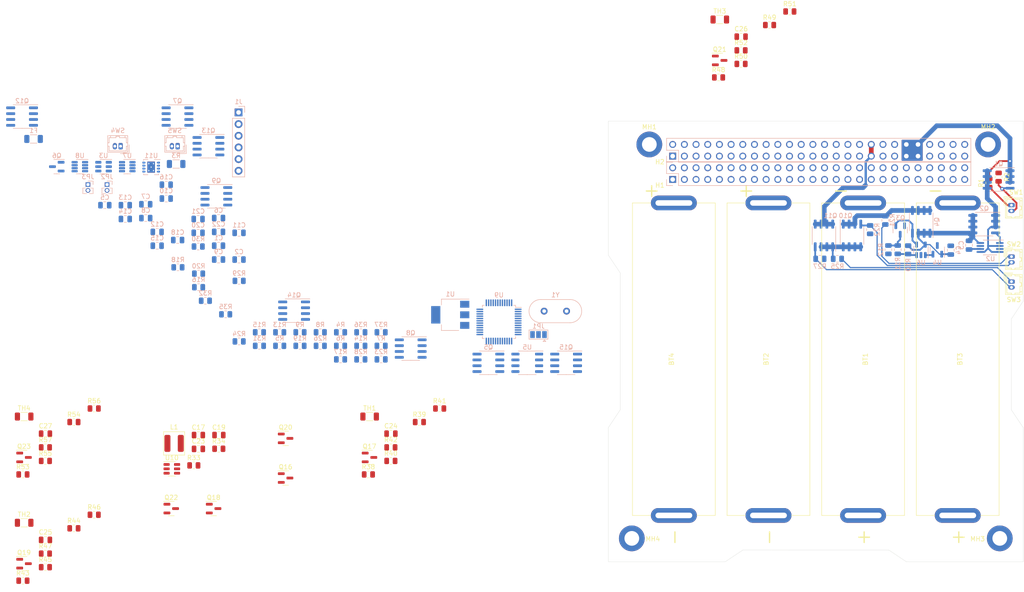
<source format=kicad_pcb>
(kicad_pcb (version 20211014) (generator pcbnew)
  (layers (0 "F.Cu" signal) (1 "In1.Cu" signal) (2 "In2.Cu" signal) (31 "B.Cu" signal) (34 "B.Paste" user) (35 "F.Paste" user) (36 "B.SilkS" user "B.Silkscreen") (37 "F.SilkS" user "F.Silkscreen") (38 "B.Mask" user) (39 "F.Mask" user) (44 "Edge.Cuts" user))
  (net 0 "")
  (net 1 "Net-(C1-Pad1)")
  (net 2 "Net-(C3-Pad1)")
  (net 52 "SW1")
  (net 53 "SW2")
  (net 54 "SW3")
  (net 55 "SW4")
  (net 56 "SW5")
  (net 57 "SW6")
  (net 58 "SW7")
  (net 59 "SW8")
  (net 60 "SW9")
  (net 61 "SW10")
  (net 62 "SW11")
  (net 63 "SW12")
  (net 68 "PCM_IN")
  (net 73 "BCR_OUT")
  (net 80 "Net-(BT1-Pad1)")
  (net 81 "Net-(BT1-Pad2)")
  (net 82 "-BATT")
  (net 83 "GND")
  (net 84 "+3.3VA")
  (net 85 "+3V3")
  (net 86 "Net-(C7-Pad1)")
  (net 87 "Net-(C8-Pad1)")
  (net 88 "/TELEM_VBAT")
  (net 89 "VDD")
  (net 90 "Net-(C6-Pad1)")
  (net 91 "Net-(C12-Pad1)")
  (net 92 "Net-(C12-Pad2)")
  (net 93 "Net-(C15-Pad1)")
  (net 94 "Net-(C20-Pad1)")
  (net 95 "Net-(C19-Pad1)")
  (net 96 "Net-(C21-Pad2)")
  (net 97 "Net-(C20-Pad2)")
  (net 98 "Net-(C15-Pad2)")
  (net 99 "/TBAT1")
  (net 100 "/TBAT2")
  (net 101 "/TBAT3")
  (net 102 "/TBAT4")
  (net 103 "Net-(F1-Pad2)")
  (net 109 "VUSB")
  (net 110 "/SDA")
  (net 111 "/SCL")
  (net 115 "+5V")
  (net 116 "+BATT")
  (net 117 "/SWDIO")
  (net 118 "/SWDCLK")
  (net 119 "/D-")
  (net 120 "/D+")
  (net 121 "Net-(JP1-Pad2)")
  (net 122 "Net-(JP2-Pad2)")
  (net 123 "Net-(JP3-Pad1)")
  (net 124 "Net-(Q1-Pad4)")
  (net 125 "Net-(C18-Pad1)")
  (net 126 "Net-(Q3-Pad1)")
  (net 127 "Net-(Q3-Pad3)")
  (net 128 "Net-(Q10-Pad1)")
  (net 129 "Net-(Q5-Pad4)")
  (net 130 "Net-(Q5-Pad5)")
  (net 131 "Net-(Q6-Pad1)")
  (net 132 "Net-(Q6-Pad3)")
  (net 133 "Net-(Q7-Pad4)")
  (net 134 "Net-(Q7-Pad5)")
  (net 135 "Net-(Q12-Pad5)")
  (net 136 "Net-(Q9-Pad4)")
  (net 137 "Net-(Q10-Pad4)")
  (net 138 "Net-(Q10-Pad5)")
  (net 139 "Net-(Q11-Pad4)")
  (net 140 "Net-(Q16-Pad1)")
  (net 141 "Net-(C19-Pad2)")
  (net 142 "Net-(C22-Pad1)")
  (net 143 "Net-(Q18-Pad2)")
  (net 144 "Net-(Q19-Pad1)")
  (net 145 "Net-(Q22-Pad2)")
  (net 146 "Net-(Q23-Pad1)")
  (net 147 "Net-(R10-Pad2)")
  (net 148 "Net-(Q22-Pad1)")
  (net 149 "Net-(R33-Pad2)")
  (net 150 "+1V0")
  (net 151 "Net-(Q16-Pad2)")
  (net 152 "Net-(R1-Pad2)")
  (net 153 "Net-(R4-Pad1)")
  (net 154 "Net-(R6-Pad2)")
  (net 155 "Net-(R8-Pad2)")
  (net 156 "/BOOT1")
  (net 157 "/HANDSHAKE")
  (net 158 "/BOOT0")
  (net 159 "Net-(R18-Pad2)")
  (net 160 "Net-(R20-Pad2)")
  (net 161 "Net-(R21-Pad2)")
  (net 162 "Net-(R25-Pad2)")
  (net 163 "/RESET")
  (net 164 "Net-(R29-Pad1)")
  (net 165 "Net-(R30-Pad2)")
  (net 166 "/H1CTRL")
  (net 167 "/H2CTRL")
  (net 168 "/H3CTRL")
  (net 169 "/H4CTRL")
  (net 172 "/TELEM_IBAT")
  (net 193 "Net-(Q17-Pad1)")
  (net 194 "Net-(Q18-Pad1)")
  (net 195 "Net-(Q20-Pad1)")
  (net 196 "Net-(Q20-Pad2)")
  (net 197 "Net-(Q21-Pad1)")
  (net 198 "Net-(U4-Pad2)")
  (net 199 "Net-(Q2-Pad4)")
  (footprint "MountingHole:MountingHole_3.2mm_M3_DIN965_Pad_TopBottom" (layer "F.Cu") (at 110.49 55.88)
    (fp_text reference "MH1")
    (fp_text value "M3")
  )
  (footprint "MountingHole:MountingHole_3.2mm_M3_DIN965_Pad_TopBottom" (layer "F.Cu") (at 184.15 55.88)
    (fp_text reference "MH2")
    (fp_text value "M3")
  )
  (footprint "MountingHole:MountingHole_3.2mm_M3_DIN965_Pad_TopBottom" (layer "F.Cu") (at 186.69 141.61)
    (fp_text reference "MH3")
    (fp_text value "M3")
  )
  (footprint "MountingHole:MountingHole_3.2mm_M3_DIN965_Pad_TopBottom" (layer "F.Cu") (at 106.68 141.61)
    (fp_text reference "MH4")
    (fp_text value "M3")
  )
  (footprint "Package_TO_SOT_SMD:SOT-23" (layer "F.Cu") (at 125.781 37.595)
    (fp_text reference "Q21")
    (fp_text value "DMG6968U-7")
  )
  (footprint "Resistor_SMD:R_1206_3216Metric" (layer "F.Cu") (at 125.811 28.695)
    (fp_text reference "TH3")
    (fp_text value "100K NTC")
  )
  (footprint "Package_TO_SOT_SMD:SOT-23" (layer "F.Cu") (at 49.641 123.995)
    (fp_text reference "Q17")
    (fp_text value "DMG6968U-7")
  )
  (footprint "Capacitor_SMD:C_0805_2012Metric" (layer "F.Cu") (at -20.809 118.825)
    (fp_text reference "C27")
    (fp_text value "0.1uF")
  )
  (footprint "Resistor_SMD:R_0805_2012Metric" (layer "F.Cu") (at -20.829 147.875)
    (fp_text reference "R45")
    (fp_text value "10K")
  )
  (footprint "footprints:18650-weld" (layer "F.Cu") (at 177.546 102.616 90)
    (fp_text reference "BT3")
    (fp_text value "18500")
  )
  (footprint "Resistor_SMD:R_0805_2012Metric" (layer "F.Cu") (at -10.219 136.465)
    (fp_text reference "R46")
    (fp_text value "10K")
  )
  (footprint "Resistor_SMD:R_0805_2012Metric" (layer "F.Cu") (at 125.541 41.295)
    (fp_text reference "R48")
    (fp_text value "100R")
  )
  (footprint "Resistor_SMD:R_1206_3216Metric" (layer "F.Cu") (at -25.449 138.215)
    (fp_text reference "TH2")
    (fp_text value "100K NTC")
  )
  (footprint "Resistor_SMD:R_0805_2012Metric" (layer "F.Cu") (at 186.436 62.992 90)
    (fp_text reference "R2")
    (fp_text value "100K")
  )
  (footprint "footprints:18650-weld" (layer "F.Cu") (at 156.972 102.616 90)
    (fp_text reference "BT1")
    (fp_text value "18500")
  )
  (footprint "Connector_Hirose:Hirose_DF13-02P-1.25DSA_1x02_P1.25mm_Vertical" (layer "F.Cu") (at 189.238 85.735 -90)
    (fp_text reference "SW3")
    (fp_text value "INHIBIT")
  )
  (footprint "Resistor_SMD:R_0805_2012Metric" (layer "F.Cu") (at -25.719 127.695)
    (fp_text reference "R53")
    (fp_text value "100R")
  )
  (footprint "Capacitor_SMD:C_0805_2012Metric" (layer "F.Cu") (at 12.446 122.136)
    (fp_text reference "C23")
    (fp_text value "10uF")
  )
  (footprint "Package_TO_SOT_SMD:SOT-23" (layer "F.Cu") (at 15.746 135.126)
    (fp_text reference "Q18")
    (fp_text value "DMG6968U-7")
  )
  (footprint "Capacitor_SMD:C_0805_2012Metric" (layer "F.Cu") (at -20.809 141.945)
    (fp_text reference "C25")
    (fp_text value "0.1uF")
  )
  (footprint "Resistor_SMD:R_0805_2012Metric" (layer "F.Cu") (at 130.431 35.405)
    (fp_text reference "R52")
    (fp_text value "270K")
  )
  (footprint "Resistor_SMD:R_0805_2012Metric" (layer "F.Cu") (at -25.719 150.815)
    (fp_text reference "R43")
    (fp_text value "100R")
  )
  (footprint "Package_TO_SOT_SMD:SOT-23" (layer "F.Cu") (at -25.479 123.995)
    (fp_text reference "Q23")
    (fp_text value "DMG6968U-7")
  )
  (footprint "Resistor_SMD:R_0805_2012Metric" (layer "F.Cu") (at 130.431 38.355)
    (fp_text reference "R50")
    (fp_text value "10K")
  )
  (footprint "Capacitor_SMD:C_0805_2012Metric" (layer "F.Cu") (at 12.446 119.126)
    (fp_text reference "C17")
    (fp_text value "10uF")
  )
  (footprint "Capacitor_SMD:C_0805_2012Metric" (layer "F.Cu") (at 130.451 32.425)
    (fp_text reference "C26")
    (fp_text value "0.1uF")
  )
  (footprint "Resistor_SMD:R_0805_2012Metric" (layer "F.Cu") (at 64.901 113.345)
    (fp_text reference "R41")
    (fp_text value "10K")
  )
  (footprint "Package_TO_SOT_SMD:SOT-23" (layer "F.Cu") (at 31.396 128.476)
    (fp_text reference "Q16")
    (fp_text value "DMG6968U-7")
  )
  (footprint "Package_TO_SOT_SMD:SOT-23" (layer "F.Cu") (at 6.536 135.126)
    (fp_text reference "Q22")
    (fp_text value "DMG6968U-7")
  )
  (footprint "footprints:18650-weld" (layer "F.Cu") (at 136.398 102.616 -90)
    (fp_text reference "BT2")
    (fp_text value "18500")
  )
  (footprint "Resistor_SMD:R_0805_2012Metric" (layer "F.Cu") (at -20.829 144.925)
    (fp_text reference "R47")
    (fp_text value "270K")
  )
  (footprint "Resistor_SMD:R_0805_2012Metric" (layer "F.Cu") (at 11.446 125.726)
    (fp_text reference "R33")
    (fp_text value "2.5K")
  )
  (footprint "Package_TO_SOT_SMD:TSOT-23-6" (layer "F.Cu") (at 6.666 126.476)
    (fp_text reference "U10")
    (fp_text value "AP62301W")
  )
  (footprint "Resistor_SMD:R_0805_2012Metric" (layer "F.Cu") (at 16.876 122.106)
    (fp_text reference "R34")
    (fp_text value "10K")
  )
  (footprint "Resistor_SMD:R_0805_2012Metric" (layer "F.Cu") (at 184.404 64.262 -90)
    (fp_text reference "R1")
    (fp_text value "100R")
  )
  (footprint "Resistor_SMD:R_1206_3216Metric" (layer "F.Cu") (at -25.449 115.095)
    (fp_text reference "TH4")
    (fp_text value "100K NTC")
  )
  (footprint "Resistor_SMD:R_0805_2012Metric" (layer "F.Cu") (at -14.629 116.295)
    (fp_text reference "R54")
    (fp_text value "100R")
  )
  (footprint "Resistor_SMD:R_1206_3216Metric" (layer "F.Cu") (at 49.671 115.095)
    (fp_text reference "TH1")
    (fp_text value "100K NTC")
  )
  (footprint "Resistor_SMD:R_0805_2012Metric" (layer "F.Cu") (at -10.219 113.345)
    (fp_text reference "R56")
    (fp_text value "10K")
  )
  (footprint "Package_TO_SOT_SMD:SOT-23" (layer "F.Cu") (at -25.479 147.115)
    (fp_text reference "Q19")
    (fp_text value "DMG6968U-7")
  )
  (footprint "Resistor_SMD:R_0805_2012Metric" (layer "F.Cu") (at 60.491 116.295)
    (fp_text reference "R39")
    (fp_text value "100R")
  )
  (footprint "footprints:18650-weld" (layer "F.Cu") (at 115.824 102.616 -90)
    (fp_text reference "BT4")
    (fp_text value "18500")
  )
  (footprint "Resistor_SMD:R_0805_2012Metric" (layer "F.Cu") (at -14.629 139.415)
    (fp_text reference "R44")
    (fp_text value "100R")
  )
  (footprint "Capacitor_SMD:C_0805_2012Metric" (layer "F.Cu") (at 54.311 118.825)
    (fp_text reference "C24")
    (fp_text value "0.1uF")
  )
  (footprint "Connector_Hirose:Hirose_DF13-02P-1.25DSA_1x02_P1.25mm_Vertical" (layer "F.Cu") (at 189.238 80.284 -90)
    (fp_text reference "SW2")
    (fp_text value "INHIBIT")
  )
  (footprint "Resistor_SMD:R_0805_2012Metric" (layer "F.Cu") (at 141.041 26.945)
    (fp_text reference "R51")
    (fp_text value "10K")
  )
  (footprint "Resistor_SMD:R_0805_2012Metric" (layer "F.Cu") (at 136.631 29.895)
    (fp_text reference "R49")
    (fp_text value "100R")
  )
  (footprint "Resistor_SMD:R_0805_2012Metric" (layer "F.Cu") (at 54.291 121.805)
    (fp_text reference "R42")
    (fp_text value "270K")
  )
  (footprint "footprints:1616 Inductor (4012 Metric)" (layer "F.Cu") (at 7.156 120.94)
    (fp_text reference "L1")
    (fp_text value "10uH")
  )
  (footprint "Capacitor_SMD:C_0805_2012Metric" (layer "F.Cu") (at 16.896 119.126)
    (fp_text reference "C19")
    (fp_text value "0.1uF")
  )
  (footprint "Resistor_SMD:R_0805_2012Metric" (layer "F.Cu") (at -20.829 121.805)
    (fp_text reference "R57")
    (fp_text value "270K")
  )
  (footprint "Package_TO_SOT_SMD:SOT-23" (layer "F.Cu") (at 31.396 119.846)
    (fp_text reference "Q20")
    (fp_text value "DMG6968U-7")
  )
  (footprint "Resistor_SMD:R_0805_2012Metric" (layer "F.Cu") (at 49.401 127.695)
    (fp_text reference "R38")
    (fp_text value "100R")
  )
  (footprint "Connector_Hirose:Hirose_DF13-02P-1.25DSA_1x02_P1.25mm_Vertical" (layer "F.Cu") (at 189.23 69.088 -90)
    (fp_text reference "SW1")
    (fp_text value "INHIBIT")
  )
  (footprint "Resistor_SMD:R_0805_2012Metric" (layer "F.Cu") (at -20.829 124.755)
    (fp_text reference "R55")
    (fp_text value "10K")
  )
  (footprint "Resistor_SMD:R_0805_2012Metric" (layer "F.Cu") (at 54.291 124.755)
    (fp_text reference "R40")
    (fp_text value "10K")
  )
  (footprint "footprints:PinSocket_2x26_P2.54mm_Vertical" (layer "B.Cu") (at 115.57 63.5 -90)
    (fp_text reference "H1")
    (fp_text value "Stack Header")
  )
  (footprint "footprints:PinSocket_2x26_P2.54mm_Vertical" (layer "B.Cu") (at 115.57 58.42 -90)
    (fp_text reference "H2")
    (fp_text value "Stack Header")
  )
  (footprint "Capacitor_SMD:C_0805_2012Metric" (layer "B.Cu") (at 16.827666 77.915 180)
    (fp_text reference "C1")
    (fp_text value "10uF")
  )
  (footprint "Resistor_SMD:R_0805_2012Metric" (layer "B.Cu") (at 166.75925 78.8185 -90)
    (fp_text reference "R10")
    (fp_text value "40K")
  )
  (footprint "Resistor_SMD:R_0805_2012Metric" (layer "B.Cu") (at 43.347666 96.755 180)
    (fp_text reference "R4")
    (fp_text value "100K")
  )
  (footprint "Resistor_SMD:R_0805_2012Metric" (layer "B.Cu") (at 164.50375 78.787 90)
    (fp_text reference "R11")
    (fp_text value "30K")
  )
  (footprint "Resistor_SMD:R_0805_2012Metric" (layer "B.Cu") (at 158.496 74.422 -90)
    (fp_text reference "R22")
    (fp_text value "100K")
  )
  (footprint "Resistor_SMD:R_0805_2012Metric" (layer "B.Cu") (at 52.167666 102.655 180)
    (fp_text reference "R23")
    (fp_text value "22K")
  )
  (footprint "Resistor_SMD:R_1206_3216Metric" (layer "B.Cu") (at 7.597666 60.135 180)
    (fp_text reference "R3")
    (fp_text value "4m")
  )
  (footprint "Resistor_SMD:R_0805_2012Metric" (layer "B.Cu") (at 7.987666 82.615 180)
    (fp_text reference "R18")
    (fp_text value "790K")
  )
  (footprint "Package_SO:SOIC-8_3.9x4.9mm_P1.27mm" (layer "B.Cu") (at 16.347666 67.165 180)
    (fp_text reference "Q9")
    (fp_text value "Si4186DY")
  )
  (footprint "Resistor_SMD:R_0805_2012Metric" (layer "B.Cu") (at 47.757666 102.655 180)
    (fp_text reference "R28")
    (fp_text value "100K")
  )
  (footprint "Package_TO_SOT_SMD:SOT-223-3_TabPin2" (layer "B.Cu") (at 67.197666 92.955 180)
    (fp_text reference "U1")
    (fp_text value "LM1117-3.3")
  )
  (footprint "Resistor_SMD:R_0805_2012Metric" (layer "B.Cu") (at 47.757666 96.755 180)
    (fp_text reference "R36")
    (fp_text value "260R")
  )
  (footprint "Package_SO:SOIC-8_3.9x4.9mm_P1.27mm" (layer "B.Cu") (at 14.627666 56.265 180)
    (fp_text reference "Q13")
    (fp_text value "Si4186DY")
  )
  (footprint "Package_SO:SOIC-8_3.9x4.9mm_P1.27mm" (layer "B.Cu") (at 186.436 63.5 180)
    (fp_text reference "Q1")
    (fp_text value "IRF7458")
  )
  (footprint "Resistor_SMD:R_0805_2012Metric" (layer "B.Cu") (at 34.527666 99.705 180)
    (fp_text reference "R19")
    (fp_text value "50K")
  )
  (footprint "Package_TO_SOT_SMD:SOT-23-6" (layer "B.Cu") (at -8.182334 60.715 180)
    (fp_text reference "U3")
    (fp_text value "INA181A2")
  )
  (footprint "Package_TO_SOT_SMD:SOT-23" (layer "B.Cu") (at 165.03475 74.5005 -90)
    (fp_text reference "Q3")
    (fp_text value "2N7002")
  )
  (footprint "Capacitor_SMD:C_0805_2012Metric" (layer "B.Cu") (at -3.452334 69.095 180)
    (fp_text reference "C13")
    (fp_text value "0.1uF")
  )
  (footprint "Capacitor_SMD:C_0805_2012Metric" (layer "B.Cu") (at 176.03025 78.8835 90)
    (fp_text reference "C4")
    (fp_text value "0.1uF")
  )
  (footprint "Capacitor_SMD:C_0805_2012Metric" (layer "B.Cu") (at 16.827666 74.905 180)
    (fp_text reference "C22")
    (fp_text value "0.1uF")
  )
  (footprint "Capacitor_SMD:C_0805_2012Metric" (layer "B.Cu") (at 12.377666 75.115 180)
    (fp_text reference "C20")
    (fp_text value "0.1uF")
  )
  (footprint "Capacitor_SMD:C_0805_2012Metric" (layer "B.Cu") (at 21.277666 80.935 180)
    (fp_text reference "C2")
    (fp_text value "0.1uF")
  )
  (footprint "Connector_Hirose:Hirose_DF13-02P-1.25DSA_1x02_P1.25mm_Vertical" (layer "B.Cu") (at -4.472334 56.265 180)
    (fp_text reference "SW4")
    (fp_text value "INHIBIT")
  )
  (footprint "Resistor_SMD:R_0805_2012Metric" (layer "B.Cu") (at 12.477666 83.995 180)
    (fp_text reference "R20")
    (fp_text value "100K")
  )
  (footprint "Resistor_SMD:R_0805_2012Metric" (layer "B.Cu") (at 18.367666 92.845 180)
    (fp_text reference "R35")
    (fp_text value "160R")
  )
  (footprint "Package_SO:SOIC-8_3.9x4.9mm_P1.27mm" (layer "B.Cu") (at 183.3075 73.223 180)
    (fp_text reference "Q2")
    (fp_text value "Si4186DY")
  )
  (footprint "Resistor_SMD:R_0805_2012Metric" (layer "B.Cu") (at 38.937666 99.705 180)
    (fp_text reference "R26")
    (fp_text value "10K")
  )
  (footprint "Resistor_SMD:R_0805_2012Metric" (layer "B.Cu") (at 25.707666 99.705 180)
    (fp_text reference "R31")
    (fp_text value "100K")
  )
  (footprint "Resistor_SMD:R_0805_2012Metric" (layer "B.Cu") (at 43.347666 99.705 180)
    (fp_text reference "R6")
    (fp_text value "45K")
  )
  (footprint "Capacitor_SMD:C_0805_2012Metric" (layer "B.Cu") (at 12.377666 72.105 180)
    (fp_text reference "C21")
    (fp_text value "0.1uF")
  )
  (footprint "Package_TO_SOT_SMD:SOT-23" (layer "B.Cu") (at -18.352334 60.715 180)
    (fp_text reference "Q6")
    (fp_text value "2N7002")
  )
  (footprint "Package_TO_SOT_SMD:TSOT-23-8" (layer "B.Cu") (at -13.332334 60.715 180)
    (fp_text reference "U8")
    (fp_text value "LTC4365TS8-1")
  )
  (footprint "Package_SON:Texas_S-PVSON-N8_ThermalVias" (layer "B.Cu") (at 2.167666 60.815 180)
    (fp_text reference "U11")
    (fp_text value "BQ29209")
  )
  (footprint "Capacitor_SMD:C_0805_2012Metric" (layer "B.Cu") (at 180.0055 77.795 -90)
    (fp_text reference "C3")
    (fp_text value "10uF")
  )
  (footprint "Resistor_SMD:R_0805_2012Metric" (layer "B.Cu") (at 151.384 80.772)
    (fp_text reference "R25")
    (fp_text value "100R")
  )
  (footprint "Resistor_SMD:R_0805_2012Metric" (layer "B.Cu") (at 21.297666 85.565 180)
    (fp_text reference "R29")
    (fp_text value "100R")
  )
  (footprint "Package_SO:SOIC-8_3.9x4.9mm_P1.27mm" (layer "B.Cu") (at 33.247666 92.055 180)
    (fp_text reference "Q14")
    (fp_text value "IRF7458")
  )
  (footprint "Resistor_SMD:R_1206_3216Metric" (layer "B.Cu") (at -23.402334 54.685 180)
    (fp_text reference "F1")
    (fp_text value "6A")
  )
  (footprint "Capacitor_SMD:C_0805_2012Metric" (layer "B.Cu") (at 0.997666 68.895 180)
    (fp_text reference "C7")
    (fp_text value "20pF")
  )
  (footprint "Package_TO_SOT_SMD:SOT-23-5" (layer "B.Cu") (at 169.55325 78.8185 90)
    (fp_text reference "U6")
    (fp_text value "LM321")
  )
  (footprint "Capacitor_SMD:C_0805_2012Metric" (layer "B.Cu") (at 16.827666 80.925 180)
    (fp_text reference "C9")
    (fp_text value "0.1uF")
  )
  (footprint "Package_SO:SOIC-8_3.9x4.9mm_P1.27mm" (layer "B.Cu") (at 58.597666 100.305 180)
    (fp_text reference "Q8")
    (fp_text value "IRF7425")
  )
  (footprint "Jumper:SolderJumper-3_P1.3mm_Open_Pad1.0x1.5mm" (layer "B.Cu") (at 86.387666 97.255 180)
    (fp_text reference "JP1")
    (fp_text value "BOOT")
  )
  (footprint "Resistor_SMD:R_0805_2012Metric" (layer "B.Cu") (at 30.117666 99.705 180)
    (fp_text reference "R5")
    (fp_text value "100K")
  )
  (footprint "Package_SO:SOIC-8_3.9x4.9mm_P1.27mm" (layer "B.Cu") (at -25.902334 49.815 180)
    (fp_text reference "Q12")
    (fp_text value "IRF7458")
  )
  (footprint "Capacitor_SMD:C_0805_2012Metric" (layer "B.Cu") (at 5.447666 64.645 180)
    (fp_text reference "C16")
    (fp_text value "10uF")
  )
  (footprint "Resistor_SMD:R_0805_2012Metric" (layer "B.Cu") (at 13.957666 89.895 180)
    (fp_text reference "R32")
    (fp_text value "100R")
  )
  (footprint "Resistor_SMD:R_0805_2012Metric" (layer "B.Cu") (at 21.297666 98.745 180)
    (fp_text reference "R24")
    (fp_text value "10K")
  )
  (footprint "Package_SO:SOIC-8_3.9x4.9mm_P1.27mm" (layer "B.Cu") (at 92.397666 103.405 180)
    (fp_text reference "Q15")
    (fp_text value "Si4186DY")
  )
  (footprint "Resistor_SMD:R_0805_2012Metric" (layer "B.Cu") (at 43.347666 102.655 180)
    (fp_text reference "R17")
    (fp_text value "10K")
  )
  (footprint "Connector_Hirose:Hirose_DF13-02P-1.25DSA_1x02_P1.25mm_Vertical" (layer "B.Cu") (at 7.927666 56.265 180)
    (fp_text reference "SW5")
    (fp_text value "INHIBIT")
  )
  (footprint "Capacitor_SMD:C_0805_2012Metric" (layer "B.Cu") (at -7.902334 69.095 180)
    (fp_text reference "C5")
    (fp_text value "0.1uF")
  )
  (footprint "Resistor_SMD:R_0805_2012Metric" (layer "B.Cu") (at 25.707666 96.755 180)
    (fp_text reference "R15")
    (fp_text value "100K")
  )
  (footprint "Resistor_SMD:R_0805_2012Metric" (layer "B.Cu") (at 161.798 72.39 -90)
    (fp_text reference "R21")
    (fp_text value "100R")
  )
  (footprint "Package_SO:SOIC-8_3.9x4.9mm_P1.27mm" (layer "B.Cu") (at 75.497666 103.405 180)
    (fp_text reference "Q5")
    (fp_text value "IRF7458")
  )
  (footprint "Resistor_SMD:R_0805_2012Metric" (layer "B.Cu") (at 52.167666 99.705 180)
    (fp_text reference "R7")
    (fp_text value "285K")
  )
  (footprint "Resistor_SMD:R_0805_2012Metric" (layer "B.Cu") (at 38.937666 96.755 180)
    (fp_text reference "R8")
    (fp_text value "285K")
  )
  (footprint "Package_SO:MSOP-8_3x3mm_P0.65mm" (layer "B.Cu") (at 184.5775 78.303 180)
    (fp_text reference "U2")
    (fp_text value "LTC4359-MS8")
  )
  (footprint "Resistor_SMD:R_0805_2012Metric" (layer "B.Cu") (at 162.47175 78.787 -90)
    (fp_text reference "R12")
    (fp_text value "7.5K")
  )
  (footprint "Package_SO:SOIC-8_3.9x4.9mm_P1.27mm" (layer "B.Cu") (at 7.897666 49.815 180)
    (fp_text reference "Q7")
    (fp_text value "IRF7458")
  )
  (footprint "Crystal:Crystal_HC49-4H_Vertical" (layer "B.Cu") (at 92.497666 92.155 180)
    (fp_text reference "Y1")
    (fp_text value "8MHz")
  )
  (footprint "Connector_PinHeader_1.27mm:PinHeader_1x02_P1.27mm_Vertical" (layer "B.Cu") (at -11.572334 64.615 180)
    (fp_text reference "JP3")
    (fp_text value "LTDIS")
  )
  (footprint "Capacitor_SMD:C_0805_2012Metric" (layer "B.Cu") (at 16.827666 71.895 180)
    (fp_text reference "C6")
    (fp_text value "0.1uF")
  )
  (footprint "Connector_PinHeader_1.27mm:PinHeader_1x02_P1.27mm_Vertical" (layer "B.Cu") (at -7.422334 64.615 180)
    (fp_text reference "JP2")
    (fp_text value "LTDIS")
  )
  (footprint "Resistor_SMD:R_0805_2012Metric" (layer "B.Cu") (at 12.397666 78.095 180)
    (fp_text reference "R30")
    (fp_text value "100R")
  )
  (footprint "Resistor_SMD:R_0805_2012Metric" (layer "B.Cu") (at 34.527666 96.755 180)
    (fp_text reference "R9")
    (fp_text value "45K")
  )
  (footprint "Resistor_SMD:R_0805_2012Metric" (layer "B.Cu") (at 12.477666 86.945 180)
    (fp_text reference "R16")
    (fp_text value "10K")
  )
  (footprint "Resistor_SMD:R_0805_2012Metric" (layer "B.Cu") (at 30.117666 96.755 180)
    (fp_text reference "R13")
    (fp_text value "100K")
  )
  (footprint "Capacitor_SMD:C_0805_2012Metric" (layer "B.Cu") (at 3.477666 74.915 180)
    (fp_text reference "C12")
    (fp_text value "0.1uF")
  )
  (footprint "Capacitor_SMD:C_0805_2012Metric" (layer "B.Cu") (at 5.447666 67.655 180)
    (fp_text reference "C10")
    (fp_text value "0.1uF")
  )
  (footprint "Resistor_SMD:R_0805_2012Metric" (layer "B.Cu") (at 147.574 80.772)
    (fp_text reference "R27")
    (fp_text value "100K")
  )
  (footprint "Package_TO_SOT_SMD:SOT-23-8" (layer "B.Cu") (at -3.032334 60.715 180)
    (fp_text reference "U7")
    (fp_text value "MAX6369")
  )
  (footprint "Package_SO:SOIC-8_3.9x4.9mm_P1.27mm" (layer "B.Cu") (at 169.60675 72.7225 90)
    (fp_text reference "Q4")
    (fp_text value "IRF7458")
  )
  (footprint "Connector_PinHeader_2.54mm:PinHeader_1x06_P2.54mm_Vertical" (layer "B.Cu") (at 21.177666 48.915 180)
    (fp_text reference "J1")
    (fp_text value "SWD/DEBUG")
  )
  (footprint "Resistor_SMD:R_0805_2012Metric" (layer "B.Cu") (at 47.757666 99.705 180)
    (fp_text reference "R14")
    (fp_text value "50K")
  )
  (footprint "Capacitor_SMD:C_0805_2012Metric" (layer "B.Cu") (at 0.997666 71.905 180)
    (fp_text reference "C8")
    (fp_text value "20pF")
  )
  (footprint "Package_SO:SOIC-8_3.9x4.9mm_P1.27mm" (layer "B.Cu") (at 154.559 75.692 -90)
    (fp_text reference "Q10")
    (fp_text value "IRF7458")
  )
  (footprint "Capacitor_SMD:C_0805_2012Metric" (layer "B.Cu") (at 21.277666 75.115 180)
    (fp_text reference "C11")
    (fp_text value "0.1uF")
  )
  (footprint "Capacitor_SMD:C_0805_2012Metric" (layer "B.Cu") (at 3.477666 77.925 180)
    (fp_text reference "C15")
    (fp_text value "0.1uF")
  )
  (footprint "Capacitor_SMD:C_0805_2012Metric" (layer "B.Cu") (at 7.927666 76.685 180)
    (fp_text reference "C18")
    (fp_text value "0.1uF")
  )
  (footprint "Package_QFP:LQFP-48_7x7mm_P0.5mm" (layer "B.Cu") (at 77.797666 94.505 180)
    (fp_text reference "U9")
    (fp_text value "STM32F103C8Tx")
  )
  (footprint "Capacitor_SMD:C_0805_2012Metric" (layer "B.Cu") (at -3.452334 72.105 180)
    (fp_text reference "C14")
    (fp_text value "0.1uF")
  )
  (footprint "Package_SO:SO-8_3.9x4.9mm_P1.27mm" (layer "B.Cu") (at 83.947666 103.405 180)
    (fp_text reference "U5")
    (fp_text value "LM358")
  )
  (footprint "Package_TO_SOT_SMD:SOT-23" (layer "B.Cu") (at 173.10925 78.8185 90)
    (fp_text reference "U4")
    (fp_text value "MAX6035xxUR30")
  )
  (footprint "Package_SO:SOIC-8_3.9x4.9mm_P1.27mm" (layer "B.Cu") (at 148.463 75.692 90)
    (fp_text reference "Q11")
    (fp_text value "IRF7458")
  )
  (footprint "Resistor_SMD:R_0805_2012Metric" (layer "B.Cu") (at 52.167666 96.755 180)
    (fp_text reference "R37")
    (fp_text value "100R")
  )
  (gr_line (start 191.77 146.69) (end 166.37 146.69) (layer "Edge.Cuts") (width 0.05))
  (gr_line (start 127 146.69) (end 130.81 144.15) (layer "Edge.Cuts") (width 0.05))
  (gr_line (start 104.14 83.82) (end 104.14 113.67) (layer "Edge.Cuts") (width 0.05))
  (gr_line (start 191.77 117.48) (end 191.77 146.69) (layer "Edge.Cuts") (width 0.05))
  (gr_line (start 101.6 80.01) (end 101.6 50.8) (layer "Edge.Cuts") (width 0.05))
  (gr_line (start 191.77 90.01) (end 191.77 50.8) (layer "Edge.Cuts") (width 0.05))
  (gr_line (start 101.6 80.01) (end 104.14 83.82) (layer "Edge.Cuts") (width 0.05))
  (gr_line (start 191.77 117.48) (end 189.23 113.67) (layer "Edge.Cuts") (width 0.05))
  (gr_line (start 189.23 113.67) (end 189.23 93.82) (layer "Edge.Cuts") (width 0.05))
  (gr_line (start 130.81 144.145) (end 162.56 144.15) (layer "Edge.Cuts") (width 0.05))
  (gr_line (start 104.14 113.67) (end 101.6 117.48) (layer "Edge.Cuts") (width 0.05))
  (gr_line (start 189.23 93.82) (end 191.77 90.01) (layer "Edge.Cuts") (width 0.05))
  (gr_line (start 162.56 144.15) (end 166.37 146.69) (layer "Edge.Cuts") (width 0.05))
  (gr_line (start 101.6 50.8) (end 191.77 50.8) (layer "Edge.Cuts") (width 0.05))
  (gr_line (start 101.6 146.69) (end 127 146.69) (layer "Edge.Cuts") (width 0.05))
  (gr_line (start 101.6 117.48) (end 101.6 146.69) (layer "Edge.Cuts") (width 0.05))
  (segment (start 186.69 77.978) (end 184.15 77.978) (width 0.381) (layer "B.Cu") (net 1))
  (segment (start 185.7825 71.318) (end 185.7825 73.858) (width 1.016) (layer "B.Cu") (net 1))
  (segment (start 184.714 73.858) (end 185.7825 73.858) (width 0.381) (layer "B.Cu") (net 1))
  (segment (start 184.15 77.978) (end 184.15 75.946) (width 0.381) (layer "B.Cu") (net 1))
  (segment (start 185.7825 69.4505) (end 183.961 67.629) (width 1.016) (layer "B.Cu") (net 1))
  (segment (start 184.15 74.422) (end 184.714 73.858) (width 0.381) (layer "B.Cu") (net 1))
  (segment (start 182.465 79.278) (end 183.358 79.278) (width 0.381) (layer "B.Cu") (net 1))
  (segment (start 184.15 78.486) (end 184.15 77.978) (width 0.381) (layer "B.Cu") (net 1))
  (segment (start 184.15 76.293492) (end 184.15 74.422) (width 0.381) (layer "B.Cu") (net 1))
  (segment (start 183.358 79.278) (end 184.15 78.486) (width 0.381) (layer "B.Cu") (net 1))
  (segment (start 185.7825 71.318) (end 185.7825 69.4505) (width 1.016) (layer "B.Cu") (net 1))
  (segment (start 183.961 67.629) (end 183.961 61.595) (width 1.016) (layer "B.Cu") (net 1))
  (segment (start 184.942 79.278) (end 186.69 79.278) (width 0.381) (layer "B.Cu") (net 1))
  (segment (start 184.15 78.486) (end 184.942 79.278) (width 0.381) (layer "B.Cu") (net 1))
  (segment (start 168.97175 75.1975) (end 168.98525 75.184) (width 0.381) (layer "B.Cu") (net 2))
  (segment (start 174.05925 79.756) (end 175.95275 79.756) (width 0.381) (layer "B.Cu") (net 2))
  (segment (start 168.97175 76.26175) (end 168.97175 75.1975) (width 0.381) (layer "B.Cu") (net 2))
  (segment (start 182.465 77.328) (end 182.1425 77.328) (width 0.381) (layer "B.Cu") (net 2))
  (segment (start 171.51175 75.1975) (end 171.52525 75.184) (width 1.016) (layer "B.Cu") (net 2))
  (segment (start 171.69975 75.3855) (end 171.51175 75.1975) (width 0.381) (layer "B.Cu") (net 2))
  (segment (start 179.9985 75.184) (end 180.8325 76.018) (width 1.016) (layer "B.Cu") (net 2))
  (segment (start 175.95275 79.756) (end 176.03025 79.8335) (width 0.381) (layer "B.Cu") (net 2))
  (segment (start 169.36575 78.8185) (end 170.50325 77.681) (width 0.381) (layer "B.Cu") (net 2))
  (segment (start 182.1425 77.328) (end 180.8325 76.018) (width 0.381) (layer "B.Cu") (net 2))
  (segment (start 166.75925 77.906) (end 167.67175 78.8185) (width 0.381) (layer "B.Cu") (net 2))
  (segment (start 180.8325 75.128) (end 180.8325 76.018) (width 1.016) (layer "B.Cu") (net 2))
  (segment (start 170.391 77.681) (end 168.97175 76.26175) (width 0.381) (layer "B.Cu") (net 2))
  (segment (start 170.50325 77.681) (end 170.391 77.681) (width 0.381) (layer "B.Cu") (net 2))
  (segment (start 170.32875 75.184) (end 179.9985 75.184) (width 1.016) (layer "B.Cu") (net 2))
  (segment (start 171.495651 77.681) (end 170.50325 77.681) (width 0.254) (layer "B.Cu") (net 2))
  (segment (start 174.05925 79.756) (end 173.570651 79.756) (width 0.254) (layer "B.Cu") (net 2))
  (segment (start 168.97175 75.1975) (end 171.51175 75.1975) (width 1.016) (layer "B.Cu") (net 2))
  (segment (start 180.8325 71.318) (end 180.8325 75.128) (width 1.016) (layer "B.Cu") (net 2))
  (segment (start 180.8325 76.018) (end 180.0055 76.845) (width 1.016) (layer "B.Cu") (net 2))
  (segment (start 167.67175 78.8185) (end 169.36575 78.8185) (width 0.381) (layer "B.Cu") (net 2))
  (segment (start 173.570651 79.756) (end 171.495651 77.681) (width 0.254) (layer "B.Cu") (net 2))
  (segment (start 158.75 55.88) (end 158.75 58.42) (width 1.016) (layer "F.Cu") (net 68))
  (segment (start 157.546489 64.703511) (end 157.546489 59.623511) (width 0.508) (layer "B.Cu") (net 68))
  (segment (start 150.368 73.217) (end 148.525 73.217) (width 1.016) (layer "B.Cu") (net 68))
  (segment (start 148.525 73.217) (end 146.558 73.217) (width 1.016) (layer "B.Cu") (net 68))
  (segment (start 152.654 65.278) (end 156.972 65.278) (width 1.016) (layer "B.Cu") (net 68))
  (segment (start 148.525 69.407) (end 152.654 65.278) (width 1.016) (layer "B.Cu") (net 68))
  (segment (start 148.525 73.217) (end 148.525 69.407) (width 1.016) (layer "B.Cu") (net 68))
  (segment (start 157.48 64.77) (end 157.546489 64.703511) (width 0.508) (layer "B.Cu") (net 68))
  (segment (start 156.972 65.278) (end 157.48 64.77) (width 1.016) (layer "B.Cu") (net 68))
  (segment (start 157.546489 59.623511) (end 158.75 58.42) (width 0.508) (layer "B.Cu") (net 68))
  (segment (start 184.404 63.3495) (end 184.404 61.722) (width 0.381) (layer "F.Cu") (net 73))
  (segment (start 186.625 59.501) (end 188.911 59.501) (width 0.381) (layer "F.Cu") (net 73))
  (segment (start 184.404 61.722) (end 186.625 59.501) (width 0.381) (layer "F.Cu") (net 73))
  (via (at 188.911 59.501) (size 0.8) (drill 0.4) (layers "F.Cu" "B.Cu") (net 73))
  (segment (start 172.974 51.816) (end 168.91 55.88) (width 1.016) (layer "B.Cu") (net 73))
  (segment (start 188.911 59.501) (end 188.911 54.545) (width 1.016) (layer "B.Cu") (net 73))
  (segment (start 186.182 51.816) (end 172.974 51.816) (width 1.016) (layer "B.Cu") (net 73))
  (segment (start 188.911 54.545) (end 186.182 51.816) (width 1.016) (layer "B.Cu") (net 73))
  (segment (start 188.911 64.135) (end 188.911 59.501) (width 1.016) (layer "B.Cu") (net 73))
  (segment (start 180.1225 78.628) (end 180.0055 78.745) (width 0.381) (layer "B.Cu") (net 83))
  (segment (start 182.465 78.628) (end 180.1225 78.628) (width 0.381) (layer "B.Cu") (net 83))
  (segment (start 187.198 65.532) (end 187.243769 65.532) (width 0.381) (layer "F.Cu") (net 124))
  (segment (start 187.243769 65.532) (end 190.32002 68.608251) (width 0.381) (layer "F.Cu") (net 124))
  (segment (start 189.758 70.338) (end 189.23 70.338) (width 0.381) (layer "F.Cu") (net 124))
  (segment (start 186.436 64.77) (end 186.436 63.9045) (width 0.381) (layer "F.Cu") (net 124))
  (segment (start 190.32002 68.608251) (end 190.32002 69.77598) (width 0.381) (layer "F.Cu") (net 124))
  (segment (start 190.32002 69.77598) (end 189.758 70.338) (width 0.381) (layer "F.Cu") (net 124))
  (segment (start 187.198 65.532) (end 186.436 64.77) (width 0.381) (layer "F.Cu") (net 124))
  (via (at 187.198 65.532) (size 0.8) (drill 0.4) (layers "F.Cu" "B.Cu") (net 124))
  (segment (start 187.325 65.405) (end 188.911 65.405) (width 0.381) (layer "B.Cu") (net 124))
  (segment (start 187.198 65.532) (end 187.325 65.405) (width 0.381) (layer "B.Cu") (net 124))
  (segment (start 167.70175 73.2305) (end 167.70175 75.1975) (width 0.381) (layer "B.Cu") (net 126))
  (segment (start 167.70175 75.1975) (end 167.70175 76.7795) (width 0.381) (layer "B.Cu") (net 126))
  (segment (start 164.75902 72.43548) (end 166.90673 72.43548) (width 0.381) (layer "B.Cu") (net 126))
  (segment (start 168.60325 77.681) (end 168.60325 77.2285) (width 0.381) (layer "B.Cu") (net 126))
  (segment (start 168.60325 77.681) (end 168.520047 77.681) (width 0.381) (layer "B.Cu") (net 126))
  (segment (start 164.08475 73.563) (end 164.08475 73.10975) (width 0.381) (layer "B.Cu") (net 126))
  (segment (start 167.70175 76.7795) (end 168.60325 77.681) (width 0.381) (layer "B.Cu") (net 126))
  (segment (start 166.90673 72.43548) (end 167.70175 73.2305) (width 0.381) (layer "B.Cu") (net 126))
  (segment (start 164.08475 73.10975) (end 164.75902 72.43548) (width 0.381) (layer "B.Cu") (net 126))
  (segment (start 162.47175 77.8745) (end 163.76625 77.8745) (width 0.381) (layer "B.Cu") (net 127))
  (segment (start 164.50375 77.8745) (end 164.50375 77.10825) (width 0.381) (layer "B.Cu") (net 127))
  (segment (start 164.50375 77.10825) (end 165.03475 76.57725) (width 0.381) (layer "B.Cu") (net 127))
  (segment (start 163.76625 77.8745) (end 164.50375 77.8745) (width 0.381) (layer "B.Cu") (net 127))
  (segment (start 165.03475 75.438) (end 165.03475 76.57725) (width 0.381) (layer "B.Cu") (net 127))
  (segment (start 162.052 71.374) (end 163.1785 70.2475) (width 1.016) (layer "B.Cu") (net 128))
  (segment (start 171.51175 70.2475) (end 167.70175 70.2475) (width 1.016) (layer "B.Cu") (net 128))
  (segment (start 155.194 73.217) (end 152.654 73.217) (width 1.016) (layer "B.Cu") (net 128))
  (segment (start 155.194 73.217) (end 155.194 71.882) (width 1.016) (layer "B.Cu") (net 128))
  (segment (start 155.702 71.374) (end 162.052 71.374) (width 1.016) (layer "B.Cu") (net 128))
  (segment (start 155.194 71.882) (end 155.702 71.374) (width 1.016) (layer "B.Cu") (net 128))
  (segment (start 163.1785 70.2475) (end 167.70175 70.2475) (width 1.016) (layer "B.Cu") (net 128))
  (segment (start 156.7565 73.5095) (end 156.464 73.217) (width 0.381) (layer "B.Cu") (net 137))
  (segment (start 158.496 73.5095) (end 156.7565 73.5095) (width 0.381) (layer "B.Cu") (net 137))
  (segment (start 158.496 73.5095) (end 160.02 75.0335) (width 0.254) (layer "B.Cu") (net 137))
  (segment (start 162.23348 82.22348) (end 188.54852 82.22348) (width 0.254) (layer "B.Cu") (net 137))
  (segment (start 160.02 80.01) (end 162.23348 82.22348) (width 0.254) (layer "B.Cu") (net 137))
  (segment (start 188.54852 82.22348) (end 189.238 81.534) (width 0.254) (layer "B.Cu") (net 137))
  (segment (start 160.02 75.0335) (end 160.02 80.01) (width 0.254) (layer "B.Cu") (net 137))
  (segment (start 150.368 78.167) (end 150.368 80.6685) (width 0.381) (layer "B.Cu") (net 138))
  (segment (start 150.368 80.6685) (end 150.4715 80.772) (width 0.381) (layer "B.Cu") (net 138))
  (segment (start 147.828 78.167) (end 156.464 78.167) (width 1.016) (layer "B.Cu") (net 138))
  (segment (start 189.238 86.985) (end 188.918231 86.985) (width 0.254) (layer "B.Cu") (net 139))
  (segment (start 149.02002 83.13052) (end 146.6615 80.772) (width 0.254) (layer "B.Cu") (net 139))
  (segment (start 146.558 78.167) (end 146.558 80.6685) (width 0.381) (layer "B.Cu") (net 139))
  (segment (start 146.558 80.6685) (end 146.6615 80.772) (width 0.381) (layer "B.Cu") (net 139))
  (segment (start 188.918231 86.985) (end 185.063751 83.13052) (width 0.254) (layer "B.Cu") (net 139))
  (segment (start 185.063751 83.13052) (end 149.02002 83.13052) (width 0.254) (layer "B.Cu") (net 139))
  (segment (start 164.53525 79.731) (end 164.50375 79.6995) (width 0.381) (layer "B.Cu") (net 147))
  (segment (start 166.98425 79.956) (end 166.75925 79.731) (width 0.381) (layer "B.Cu") (net 147))
  (segment (start 166.75925 79.731) (end 164.53525 79.731) (width 0.381) (layer "B.Cu") (net 147))
  (segment (start 168.60325 79.956) (end 166.98425 79.956) (width 0.381) (layer "B.Cu") (net 147))
  (segment (start 184.404 65.1745) (end 188.3175 69.088) (width 0.381) (layer "F.Cu") (net 152))
  (segment (start 188.3175 69.088) (end 189.23 69.088) (width 0.381) (layer "F.Cu") (net 152))
  (segment (start 186.96204 81.76996) (end 162.60094 81.76996) (width 0.254) (layer "B.Cu") (net 161))
  (segment (start 161.036 74.0645) (end 161.798 73.3025) (width 0.254) (layer "B.Cu") (net 161))
  (segment (start 188.448 80.284) (end 186.96204 81.76996) (width 0.254) (layer "B.Cu") (net 161))
  (segment (start 162.60094 81.76996) (end 161.036 80.20502) (width 0.254) (layer "B.Cu") (net 161))
  (segment (start 189.238 80.284) (end 188.448 80.284) (width 0.254) (layer "B.Cu") (net 161))
  (segment (start 161.036 80.20502) (end 161.036 74.0645) (width 0.254) (layer "B.Cu") (net 161))
  (segment (start 154.2015 82.677) (end 186.18 82.677) (width 0.254) (layer "B.Cu") (net 162))
  (segment (start 152.2965 80.772) (end 154.2015 82.677) (width 0.254) (layer "B.Cu") (net 162))
  (segment (start 186.18 82.677) (end 189.238 85.735) (width 0.254) (layer "B.Cu") (net 162))
  (segment (start 171.95925 79.956) (end 172.15925 79.756) (width 0.381) (layer "B.Cu") (net 198))
  (segment (start 170.50325 79.956) (end 171.95925 79.956) (width 0.381) (layer "B.Cu") (net 198))
  (segment (start 186.69 77.328) (end 186.69 76.0355) (width 0.381) (layer "B.Cu") (net 199))
  (segment (start 186.69 76.0355) (end 185.7825 75.128) (width 0.381) (layer "B.Cu") (net 199))
  (zone (net 73) (net_name "BCR_OUT") (layers F&B.Cu) (connect_pads yes (clearance 0.508)) (min_thickness 0.254) (fill yes (thermal_gap 0.508) (thermal_bridge_width 0.508))
    (polygon (pts (xy 169.926 59.436) (xy 165.354 59.436) (xy 165.354 54.864) (xy 169.926 54.864)))
  )
)
</source>
